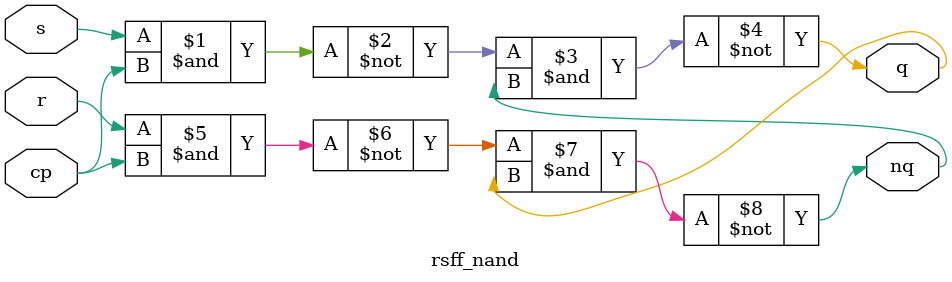
<source format=v>
`timescale 1ns / 1ps

module rsff_nand(
    input s,r,cp,
    output q,nq
    );
    assign q=~((~(s&cp))&nq);
    assign nq=~((~(r&cp))&q);
endmodule

</source>
